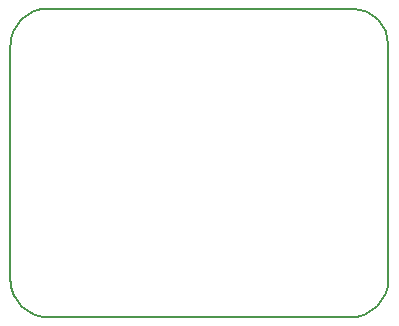
<source format=gbr>
G04 #@! TF.FileFunction,Other,Fab,Bot*
%FSLAX46Y46*%
G04 Gerber Fmt 4.6, Leading zero omitted, Abs format (unit mm)*
G04 Created by KiCad (PCBNEW 4.0.7) date 10/31/19 05:43:28*
%MOMM*%
%LPD*%
G01*
G04 APERTURE LIST*
%ADD10C,0.100000*%
%ADD11C,0.150000*%
G04 APERTURE END LIST*
D10*
D11*
X153734000Y-105739000D02*
X153734000Y-85832000D01*
X182537000Y-108836000D02*
X156957000Y-108836000D01*
X185726000Y-85794000D02*
X185726000Y-105636000D01*
X156926000Y-82706000D02*
X182667000Y-82706000D01*
X153739000Y-105739000D02*
G75*
G03X156952000Y-108836000I3155000J58000D01*
G01*
X182552000Y-108850000D02*
G75*
G03X185738000Y-105664000I0J3186000D01*
G01*
X156894000Y-82710000D02*
G75*
G03X153745000Y-85819000I-20000J-3129000D01*
G01*
X185732000Y-85807000D02*
G75*
G03X182760000Y-82713000I-3033000J61000D01*
G01*
M02*

</source>
